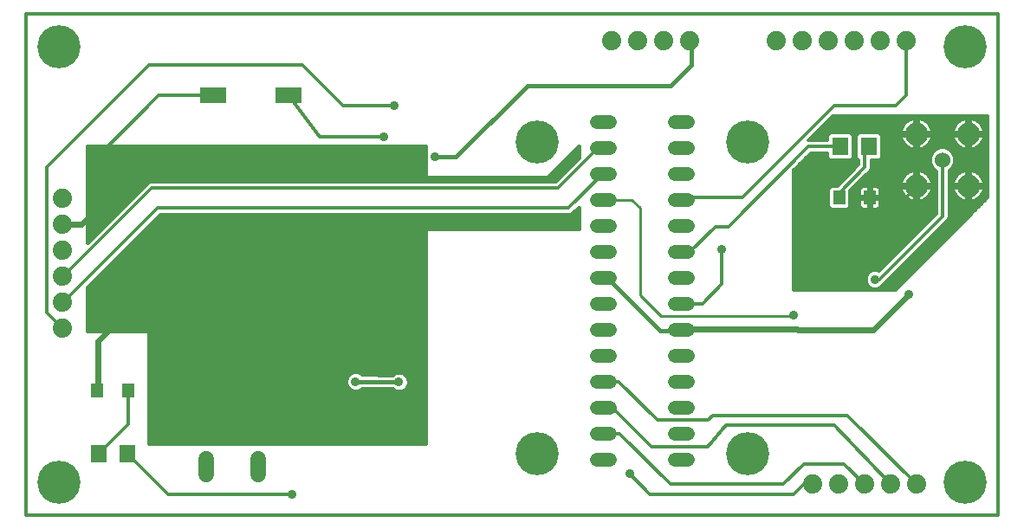
<source format=gbl>
G75*
%MOIN*%
%OFA0B0*%
%FSLAX24Y24*%
%IPPOS*%
%LPD*%
%AMOC8*
5,1,8,0,0,1.08239X$1,22.5*
%
%ADD10C,0.0120*%
%ADD11C,0.0520*%
%ADD12R,0.0472X0.0551*%
%ADD13R,0.0630X0.0709*%
%ADD14C,0.0600*%
%ADD15C,0.0886*%
%ADD16C,0.0740*%
%ADD17C,0.0600*%
%ADD18C,0.1660*%
%ADD19R,0.0984X0.0630*%
%ADD20C,0.0240*%
%ADD21C,0.0500*%
%ADD22C,0.0356*%
%ADD23C,0.0160*%
%ADD24C,0.0100*%
D10*
X000160Y000160D02*
X037562Y000160D01*
X037562Y019451D01*
X000160Y019451D01*
X000160Y000160D01*
X002960Y002512D02*
X004086Y003637D01*
X004086Y004937D01*
X002916Y004948D02*
X002905Y004937D01*
X001565Y007340D02*
X000947Y007958D01*
X000947Y013546D01*
X004884Y017483D01*
X010790Y017483D01*
X012365Y015908D01*
X014333Y015908D01*
X013940Y014727D02*
X011459Y014727D01*
X010278Y016302D01*
X007365Y016302D02*
X005278Y016302D01*
X002916Y013940D01*
X002916Y011971D01*
X005003Y012758D02*
X001584Y009340D01*
X001565Y009340D01*
X001584Y008340D02*
X001565Y008340D01*
X001584Y008340D02*
X005215Y011971D01*
X021026Y011971D01*
X022351Y013296D01*
X022381Y013296D01*
X022381Y014296D02*
X022170Y014296D01*
X020632Y012758D01*
X005003Y012758D01*
X022381Y009296D02*
X022520Y009296D01*
X025381Y008296D02*
X026195Y008296D01*
X026932Y009033D01*
X026932Y010396D01*
X026680Y011260D02*
X025720Y010300D01*
X025405Y010300D01*
X025395Y010310D01*
X025381Y010296D01*
X026680Y011260D02*
X027190Y011260D01*
X030263Y014333D01*
X031499Y014333D01*
X031994Y014380D02*
X032106Y014380D01*
X032106Y014262D02*
X031994Y014262D01*
X031994Y014143D02*
X032106Y014143D01*
X032106Y014025D02*
X031994Y014025D01*
X031994Y013906D02*
X032106Y013906D01*
X032106Y013904D02*
X032203Y013807D01*
X032203Y013645D01*
X031379Y012820D01*
X031148Y012820D01*
X031043Y012715D01*
X031043Y012015D01*
X031148Y011909D01*
X031770Y011909D01*
X031875Y012015D01*
X031875Y012638D01*
X032647Y013410D01*
X032683Y013498D01*
X032683Y013799D01*
X032990Y013799D01*
X033096Y013904D01*
X033096Y014762D01*
X032990Y014868D01*
X032211Y014868D01*
X032106Y014762D01*
X032106Y013904D01*
X031994Y013904D02*
X031888Y013799D01*
X031109Y013799D01*
X031004Y013904D01*
X031004Y014093D01*
X030363Y014093D01*
X029688Y013418D01*
X029688Y008821D01*
X033625Y008821D01*
X037168Y012365D01*
X037168Y015514D01*
X031208Y015514D01*
X030267Y014573D01*
X031004Y014573D01*
X031004Y014762D01*
X031109Y014868D01*
X031888Y014868D01*
X031994Y014762D01*
X031994Y013904D01*
X032203Y013788D02*
X030057Y013788D01*
X030175Y013906D02*
X031004Y013906D01*
X031004Y014025D02*
X030294Y014025D01*
X029938Y013669D02*
X032203Y013669D01*
X032109Y013551D02*
X029820Y013551D01*
X029701Y013432D02*
X031990Y013432D01*
X031872Y013314D02*
X029688Y013314D01*
X029688Y013195D02*
X031753Y013195D01*
X031635Y013077D02*
X029688Y013077D01*
X029688Y012958D02*
X031516Y012958D01*
X031398Y012840D02*
X029688Y012840D01*
X029688Y012721D02*
X031049Y012721D01*
X031043Y012603D02*
X029688Y012603D01*
X029688Y012484D02*
X031043Y012484D01*
X031043Y012366D02*
X029688Y012366D01*
X029688Y012247D02*
X031043Y012247D01*
X031043Y012129D02*
X029688Y012129D01*
X029688Y012010D02*
X031048Y012010D01*
X031459Y012365D02*
X031459Y012562D01*
X032443Y013546D01*
X032443Y014176D01*
X032601Y014333D01*
X033096Y014380D02*
X034016Y014380D01*
X034035Y014362D02*
X034112Y014306D01*
X034196Y014263D01*
X034287Y014233D01*
X034368Y014220D01*
X034368Y014761D01*
X034488Y014761D01*
X034488Y014220D01*
X034569Y014233D01*
X034659Y014263D01*
X034744Y014306D01*
X034820Y014362D01*
X034888Y014429D01*
X034943Y014505D01*
X034986Y014590D01*
X035016Y014680D01*
X035029Y014761D01*
X034488Y014761D01*
X034488Y014881D01*
X035029Y014881D01*
X035016Y014963D01*
X034986Y015053D01*
X034943Y015137D01*
X034888Y015214D01*
X034820Y015281D01*
X034744Y015337D01*
X034659Y015380D01*
X034569Y015409D01*
X034488Y015422D01*
X034488Y014881D01*
X034368Y014881D01*
X034368Y014761D01*
X033827Y014761D01*
X033840Y014680D01*
X033869Y014590D01*
X033912Y014505D01*
X033968Y014429D01*
X034035Y014362D01*
X033917Y014499D02*
X033096Y014499D01*
X033096Y014617D02*
X033860Y014617D01*
X033831Y014736D02*
X033096Y014736D01*
X033004Y014854D02*
X034368Y014854D01*
X034368Y014881D02*
X033827Y014881D01*
X033840Y014963D01*
X033869Y015053D01*
X033912Y015137D01*
X033968Y015214D01*
X034035Y015281D01*
X034112Y015337D01*
X034196Y015380D01*
X034287Y015409D01*
X034368Y015422D01*
X034368Y014881D01*
X034368Y014973D02*
X034488Y014973D01*
X034488Y015091D02*
X034368Y015091D01*
X034368Y015210D02*
X034488Y015210D01*
X034488Y015328D02*
X034368Y015328D01*
X034099Y015328D02*
X031022Y015328D01*
X031140Y015447D02*
X037168Y015447D01*
X037168Y015328D02*
X036756Y015328D01*
X036744Y015337D02*
X036659Y015380D01*
X036569Y015409D01*
X036488Y015422D01*
X036488Y014881D01*
X037029Y014881D01*
X037016Y014963D01*
X036986Y015053D01*
X036943Y015137D01*
X036888Y015214D01*
X036820Y015281D01*
X036744Y015337D01*
X036891Y015210D02*
X037168Y015210D01*
X037168Y015091D02*
X036967Y015091D01*
X037013Y014973D02*
X037168Y014973D01*
X037168Y014854D02*
X036488Y014854D01*
X036488Y014881D02*
X036488Y014761D01*
X036488Y014220D01*
X036569Y014233D01*
X036659Y014263D01*
X036744Y014306D01*
X036820Y014362D01*
X036888Y014429D01*
X036943Y014505D01*
X036986Y014590D01*
X037016Y014680D01*
X037029Y014761D01*
X036488Y014761D01*
X036368Y014761D01*
X036368Y014220D01*
X036287Y014233D01*
X036196Y014263D01*
X036112Y014306D01*
X036035Y014362D01*
X035968Y014429D01*
X035912Y014505D01*
X035869Y014590D01*
X035840Y014680D01*
X035827Y014761D01*
X036368Y014761D01*
X036368Y014881D01*
X035827Y014881D01*
X035840Y014963D01*
X035869Y015053D01*
X035912Y015137D01*
X035968Y015214D01*
X036035Y015281D01*
X036112Y015337D01*
X036196Y015380D01*
X036287Y015409D01*
X036368Y015422D01*
X036368Y014881D01*
X036488Y014881D01*
X036488Y014973D02*
X036368Y014973D01*
X036368Y015091D02*
X036488Y015091D01*
X036488Y015210D02*
X036368Y015210D01*
X036368Y015328D02*
X036488Y015328D01*
X036099Y015328D02*
X034756Y015328D01*
X034891Y015210D02*
X035964Y015210D01*
X035888Y015091D02*
X034967Y015091D01*
X035013Y014973D02*
X035843Y014973D01*
X035831Y014736D02*
X035025Y014736D01*
X034995Y014617D02*
X035860Y014617D01*
X035917Y014499D02*
X034938Y014499D01*
X034839Y014380D02*
X036016Y014380D01*
X036200Y014262D02*
X035619Y014262D01*
X035700Y014228D02*
X035523Y014301D01*
X035332Y014301D01*
X035156Y014228D01*
X035021Y014093D01*
X034948Y013917D01*
X034948Y013726D01*
X035021Y013550D01*
X035156Y013414D01*
X035199Y013397D01*
X035199Y011759D01*
X032982Y009543D01*
X032908Y009573D01*
X032766Y009573D01*
X032634Y009519D01*
X032534Y009418D01*
X032479Y009286D01*
X032479Y009144D01*
X032534Y009012D01*
X032634Y008912D01*
X032766Y008857D01*
X032908Y008857D01*
X033040Y008912D01*
X033141Y009012D01*
X033148Y009030D01*
X033197Y009079D01*
X035642Y011524D01*
X035679Y011612D01*
X035679Y013406D01*
X035700Y013414D01*
X035835Y013550D01*
X035835Y013551D02*
X037168Y013551D01*
X037168Y013669D02*
X035884Y013669D01*
X035908Y013726D02*
X035835Y013550D01*
X035717Y013432D02*
X037168Y013432D01*
X037168Y013314D02*
X036776Y013314D01*
X036744Y013337D02*
X036820Y013281D01*
X036888Y013214D01*
X036943Y013137D01*
X036986Y013053D01*
X037016Y012963D01*
X037029Y012881D01*
X036488Y012881D01*
X036488Y012761D01*
X036488Y012220D01*
X036569Y012233D01*
X036659Y012263D01*
X036744Y012306D01*
X036820Y012362D01*
X036888Y012429D01*
X036943Y012505D01*
X036986Y012590D01*
X037016Y012680D01*
X037029Y012761D01*
X036488Y012761D01*
X036368Y012761D01*
X036368Y012220D01*
X036287Y012233D01*
X036196Y012263D01*
X036112Y012306D01*
X036035Y012362D01*
X035968Y012429D01*
X035912Y012505D01*
X035869Y012590D01*
X035840Y012680D01*
X035827Y012761D01*
X036368Y012761D01*
X036368Y012881D01*
X035827Y012881D01*
X035840Y012963D01*
X035869Y013053D01*
X035912Y013137D01*
X035968Y013214D01*
X036035Y013281D01*
X036112Y013337D01*
X036196Y013380D01*
X036287Y013409D01*
X036368Y013422D01*
X036368Y012881D01*
X036488Y012881D01*
X036488Y013422D01*
X036569Y013409D01*
X036659Y013380D01*
X036744Y013337D01*
X036902Y013195D02*
X037168Y013195D01*
X037168Y013077D02*
X036974Y013077D01*
X037017Y012958D02*
X037168Y012958D01*
X037168Y012840D02*
X036488Y012840D01*
X036488Y012958D02*
X036368Y012958D01*
X036368Y012840D02*
X035679Y012840D01*
X035679Y012958D02*
X035839Y012958D01*
X035881Y013077D02*
X035679Y013077D01*
X035679Y013195D02*
X035954Y013195D01*
X036079Y013314D02*
X035679Y013314D01*
X035199Y013314D02*
X034776Y013314D01*
X034744Y013337D02*
X034820Y013281D01*
X034888Y013214D01*
X034943Y013137D01*
X034986Y013053D01*
X035016Y012963D01*
X035029Y012881D01*
X034488Y012881D01*
X034488Y012761D01*
X034488Y012220D01*
X034569Y012233D01*
X034659Y012263D01*
X034744Y012306D01*
X034820Y012362D01*
X034888Y012429D01*
X034943Y012505D01*
X034986Y012590D01*
X035016Y012680D01*
X035029Y012761D01*
X034488Y012761D01*
X034368Y012761D01*
X034368Y012220D01*
X034287Y012233D01*
X034196Y012263D01*
X034112Y012306D01*
X034035Y012362D01*
X033968Y012429D01*
X033912Y012505D01*
X033869Y012590D01*
X033840Y012680D01*
X033827Y012761D01*
X034368Y012761D01*
X034368Y012881D01*
X033827Y012881D01*
X033840Y012963D01*
X033869Y013053D01*
X033912Y013137D01*
X033968Y013214D01*
X034035Y013281D01*
X034112Y013337D01*
X034196Y013380D01*
X034287Y013409D01*
X034368Y013422D01*
X034368Y012881D01*
X034488Y012881D01*
X034488Y013422D01*
X034569Y013409D01*
X034659Y013380D01*
X034744Y013337D01*
X034902Y013195D02*
X035199Y013195D01*
X035199Y013077D02*
X034974Y013077D01*
X035017Y012958D02*
X035199Y012958D01*
X035199Y012840D02*
X034488Y012840D01*
X034428Y012821D02*
X034428Y012774D01*
X034018Y012365D01*
X032640Y012365D01*
X032582Y012366D02*
X031875Y012366D01*
X031875Y012484D02*
X032244Y012484D01*
X032244Y012423D02*
X032582Y012423D01*
X032582Y012307D01*
X032244Y012307D01*
X032244Y012068D01*
X032255Y012027D01*
X032276Y011991D01*
X032306Y011961D01*
X032342Y011940D01*
X032383Y011929D01*
X032582Y011929D01*
X032582Y012307D01*
X032698Y012307D01*
X032698Y011929D01*
X032898Y011929D01*
X032938Y011940D01*
X032975Y011961D01*
X033005Y011991D01*
X033026Y012027D01*
X033037Y012068D01*
X033037Y012307D01*
X032698Y012307D01*
X032698Y012423D01*
X032582Y012423D01*
X032582Y012800D01*
X032383Y012800D01*
X032342Y012789D01*
X032306Y012768D01*
X032276Y012739D01*
X032255Y012702D01*
X032244Y012661D01*
X032244Y012423D01*
X032244Y012247D02*
X031875Y012247D01*
X031875Y012129D02*
X032244Y012129D01*
X032265Y012010D02*
X031871Y012010D01*
X032582Y012010D02*
X032698Y012010D01*
X032698Y012129D02*
X032582Y012129D01*
X032582Y012247D02*
X032698Y012247D01*
X032698Y012366D02*
X034031Y012366D01*
X033928Y012484D02*
X033037Y012484D01*
X033037Y012423D02*
X033037Y012661D01*
X033026Y012702D01*
X033005Y012739D01*
X032975Y012768D01*
X032938Y012789D01*
X032898Y012800D01*
X032698Y012800D01*
X032698Y012423D01*
X033037Y012423D01*
X033037Y012247D02*
X034244Y012247D01*
X034368Y012247D02*
X034488Y012247D01*
X034488Y012366D02*
X034368Y012366D01*
X034368Y012484D02*
X034488Y012484D01*
X034488Y012603D02*
X034368Y012603D01*
X034368Y012721D02*
X034488Y012721D01*
X034368Y012840D02*
X032077Y012840D01*
X032195Y012958D02*
X033839Y012958D01*
X033881Y013077D02*
X032314Y013077D01*
X032432Y013195D02*
X033954Y013195D01*
X034079Y013314D02*
X032551Y013314D01*
X032656Y013432D02*
X035138Y013432D01*
X035020Y013551D02*
X032683Y013551D01*
X032683Y013669D02*
X034971Y013669D01*
X034948Y013788D02*
X032683Y013788D01*
X033096Y013906D02*
X034948Y013906D01*
X034992Y014025D02*
X033096Y014025D01*
X033096Y014143D02*
X035071Y014143D01*
X035236Y014262D02*
X034656Y014262D01*
X034488Y014262D02*
X034368Y014262D01*
X034368Y014380D02*
X034488Y014380D01*
X034488Y014499D02*
X034368Y014499D01*
X034368Y014617D02*
X034488Y014617D01*
X034488Y014736D02*
X034368Y014736D01*
X034488Y014854D02*
X036368Y014854D01*
X036368Y014736D02*
X036488Y014736D01*
X036488Y014617D02*
X036368Y014617D01*
X036368Y014499D02*
X036488Y014499D01*
X036488Y014380D02*
X036368Y014380D01*
X036368Y014262D02*
X036488Y014262D01*
X036656Y014262D02*
X037168Y014262D01*
X037168Y014380D02*
X036839Y014380D01*
X036938Y014499D02*
X037168Y014499D01*
X037168Y014617D02*
X036995Y014617D01*
X037025Y014736D02*
X037168Y014736D01*
X037168Y014143D02*
X035785Y014143D01*
X035835Y014093D02*
X035700Y014228D01*
X035835Y014093D02*
X035908Y013917D01*
X035908Y013726D01*
X035908Y013788D02*
X037168Y013788D01*
X037168Y013906D02*
X035908Y013906D01*
X035863Y014025D02*
X037168Y014025D01*
X036488Y013314D02*
X036368Y013314D01*
X036368Y013195D02*
X036488Y013195D01*
X036488Y013077D02*
X036368Y013077D01*
X036368Y012721D02*
X036488Y012721D01*
X036488Y012603D02*
X036368Y012603D01*
X036368Y012484D02*
X036488Y012484D01*
X036488Y012366D02*
X036368Y012366D01*
X036368Y012247D02*
X036488Y012247D01*
X036611Y012247D02*
X037050Y012247D01*
X037168Y012366D02*
X036824Y012366D01*
X036928Y012484D02*
X037168Y012484D01*
X037168Y012603D02*
X036991Y012603D01*
X037022Y012721D02*
X037168Y012721D01*
X036244Y012247D02*
X035679Y012247D01*
X035679Y012129D02*
X036932Y012129D01*
X036813Y012010D02*
X035679Y012010D01*
X035679Y011892D02*
X036695Y011892D01*
X036576Y011773D02*
X035679Y011773D01*
X035679Y011655D02*
X036458Y011655D01*
X036339Y011536D02*
X035647Y011536D01*
X035536Y011418D02*
X036221Y011418D01*
X036102Y011299D02*
X035417Y011299D01*
X035299Y011181D02*
X035984Y011181D01*
X035865Y011062D02*
X035180Y011062D01*
X035062Y010944D02*
X035747Y010944D01*
X035628Y010825D02*
X034943Y010825D01*
X034825Y010707D02*
X035510Y010707D01*
X035391Y010588D02*
X034706Y010588D01*
X034588Y010470D02*
X035273Y010470D01*
X035154Y010351D02*
X034469Y010351D01*
X034351Y010233D02*
X035036Y010233D01*
X034917Y010114D02*
X034232Y010114D01*
X034114Y009996D02*
X034799Y009996D01*
X034680Y009877D02*
X033995Y009877D01*
X033877Y009759D02*
X034562Y009759D01*
X034443Y009640D02*
X033758Y009640D01*
X033640Y009522D02*
X034325Y009522D01*
X034206Y009403D02*
X033521Y009403D01*
X033403Y009285D02*
X034088Y009285D01*
X033969Y009166D02*
X033284Y009166D01*
X033166Y009048D02*
X033851Y009048D01*
X033732Y008929D02*
X033058Y008929D01*
X032994Y009215D02*
X032837Y009215D01*
X032994Y009215D02*
X035439Y011660D01*
X035439Y013810D01*
X035428Y013821D01*
X034488Y013314D02*
X034368Y013314D01*
X034368Y013195D02*
X034488Y013195D01*
X034488Y013077D02*
X034368Y013077D01*
X034368Y012958D02*
X034488Y012958D01*
X035022Y012721D02*
X035199Y012721D01*
X035199Y012603D02*
X034991Y012603D01*
X034928Y012484D02*
X035199Y012484D01*
X035199Y012366D02*
X034824Y012366D01*
X034611Y012247D02*
X035199Y012247D01*
X035199Y012129D02*
X033037Y012129D01*
X033016Y012010D02*
X035199Y012010D01*
X035199Y011892D02*
X029688Y011892D01*
X029688Y011773D02*
X035199Y011773D01*
X035094Y011655D02*
X029688Y011655D01*
X029688Y011536D02*
X034976Y011536D01*
X034857Y011418D02*
X029688Y011418D01*
X029688Y011299D02*
X034739Y011299D01*
X034620Y011181D02*
X029688Y011181D01*
X029688Y011062D02*
X034502Y011062D01*
X034383Y010944D02*
X029688Y010944D01*
X029688Y010825D02*
X034265Y010825D01*
X034146Y010707D02*
X029688Y010707D01*
X029688Y010588D02*
X034028Y010588D01*
X033909Y010470D02*
X029688Y010470D01*
X029688Y010351D02*
X033791Y010351D01*
X033672Y010233D02*
X029688Y010233D01*
X029688Y010114D02*
X033554Y010114D01*
X033435Y009996D02*
X029688Y009996D01*
X029688Y009877D02*
X033317Y009877D01*
X033198Y009759D02*
X029688Y009759D01*
X029688Y009640D02*
X033080Y009640D01*
X032641Y009522D02*
X029688Y009522D01*
X029688Y009403D02*
X032527Y009403D01*
X032479Y009285D02*
X029688Y009285D01*
X029688Y009166D02*
X032479Y009166D01*
X032519Y009048D02*
X029688Y009048D01*
X029688Y008929D02*
X032617Y008929D01*
X029709Y007840D02*
X029669Y007800D01*
X029839Y007300D02*
X029849Y007290D01*
X025385Y007300D02*
X025381Y007296D01*
X025331Y007247D01*
X022954Y005296D02*
X022381Y005296D01*
X022954Y005296D02*
X024450Y003800D01*
X026400Y003800D01*
X026590Y003990D01*
X031763Y003990D01*
X034412Y001341D01*
X033412Y001341D02*
X031263Y003620D01*
X027080Y003620D01*
X026380Y002790D01*
X024220Y002790D01*
X022714Y004296D01*
X022381Y004296D01*
X022381Y003296D02*
X023008Y003296D01*
X024963Y001341D01*
X029294Y001341D01*
X030081Y002129D01*
X031625Y002129D01*
X032412Y001341D01*
X030412Y001341D02*
X030081Y001341D01*
X029688Y000947D01*
X024176Y000947D01*
X023388Y001735D01*
X010396Y000947D02*
X005627Y000947D01*
X004063Y002512D01*
X025381Y012296D02*
X025449Y012365D01*
X027719Y012365D01*
X031262Y015908D01*
X033625Y015908D01*
X034032Y016316D01*
X034032Y018415D01*
X033964Y015210D02*
X030903Y015210D01*
X030785Y015091D02*
X033888Y015091D01*
X033843Y014973D02*
X030666Y014973D01*
X030548Y014854D02*
X031096Y014854D01*
X031004Y014736D02*
X030429Y014736D01*
X030311Y014617D02*
X031004Y014617D01*
X031902Y014854D02*
X032198Y014854D01*
X032106Y014736D02*
X031994Y014736D01*
X031994Y014617D02*
X032106Y014617D01*
X032106Y014499D02*
X031994Y014499D01*
X033096Y014262D02*
X034200Y014262D01*
X033833Y012721D02*
X033015Y012721D01*
X033037Y012603D02*
X033865Y012603D01*
X032698Y012603D02*
X032582Y012603D01*
X032582Y012721D02*
X032698Y012721D01*
X032698Y012484D02*
X032582Y012484D01*
X032244Y012603D02*
X031875Y012603D01*
X031958Y012721D02*
X032266Y012721D01*
X035679Y012721D02*
X035833Y012721D01*
X035865Y012603D02*
X035679Y012603D01*
X035679Y012484D02*
X035928Y012484D01*
X036031Y012366D02*
X035679Y012366D01*
X025751Y018345D02*
X025696Y018400D01*
D11*
X025641Y015296D02*
X025121Y015296D01*
X025121Y014296D02*
X025641Y014296D01*
X025641Y013296D02*
X025121Y013296D01*
X025121Y012296D02*
X025641Y012296D01*
X025641Y011296D02*
X025121Y011296D01*
X025121Y010296D02*
X025641Y010296D01*
X025641Y009296D02*
X025121Y009296D01*
X025121Y008296D02*
X025641Y008296D01*
X025641Y007296D02*
X025121Y007296D01*
X025121Y006296D02*
X025641Y006296D01*
X025641Y005296D02*
X025121Y005296D01*
X025121Y004296D02*
X025641Y004296D01*
X025641Y003296D02*
X025121Y003296D01*
X025121Y002296D02*
X025641Y002296D01*
X022641Y002296D02*
X022121Y002296D01*
X022121Y003296D02*
X022641Y003296D01*
X022641Y004296D02*
X022121Y004296D01*
X022121Y005296D02*
X022641Y005296D01*
X022641Y006296D02*
X022121Y006296D01*
X022121Y007296D02*
X022641Y007296D01*
X022641Y008296D02*
X022121Y008296D01*
X022121Y009296D02*
X022641Y009296D01*
X022641Y010296D02*
X022121Y010296D01*
X022121Y011296D02*
X022641Y011296D01*
X022641Y012296D02*
X022121Y012296D01*
X022121Y013296D02*
X022641Y013296D01*
X022641Y014296D02*
X022121Y014296D01*
X022121Y015296D02*
X022641Y015296D01*
D12*
X031459Y012365D03*
X032640Y012365D03*
X004086Y004937D03*
X002905Y004937D03*
D13*
X002960Y002512D03*
X004063Y002512D03*
X031499Y014333D03*
X032601Y014333D03*
D14*
X035428Y013821D03*
D15*
X036428Y012821D03*
X034428Y012821D03*
X034428Y014821D03*
X036428Y014821D03*
D16*
X034032Y018415D03*
X033032Y018415D03*
X032032Y018415D03*
X031032Y018415D03*
X030032Y018415D03*
X029032Y018415D03*
X025696Y018400D03*
X024696Y018400D03*
X023696Y018400D03*
X022696Y018400D03*
X001565Y012340D03*
X001565Y011340D03*
X001565Y010340D03*
X001565Y009340D03*
X001565Y008340D03*
X001565Y007340D03*
X030412Y001341D03*
X031412Y001341D03*
X032412Y001341D03*
X033412Y001341D03*
X034412Y001341D03*
D17*
X009097Y001710D02*
X009097Y002310D01*
X007097Y002310D02*
X007097Y001710D01*
D18*
X001439Y001420D03*
X019845Y002522D03*
X027913Y002522D03*
X036297Y001430D03*
X027913Y014527D03*
X019845Y014527D03*
X036297Y018186D03*
X001433Y018190D03*
D19*
X007365Y016302D03*
X010278Y016302D03*
D20*
X002916Y011971D02*
X002285Y011340D01*
X001565Y011340D01*
X004491Y008428D02*
X002916Y006853D01*
X002916Y004948D01*
X025385Y007300D02*
X029839Y007300D01*
X029849Y007290D02*
X032769Y007290D01*
X034119Y008640D01*
D21*
X004491Y008428D03*
D22*
X012838Y005288D03*
X014503Y005278D03*
X010396Y000947D03*
X023388Y001735D03*
X029709Y007840D03*
X032837Y009215D03*
X034119Y008640D03*
X026932Y010396D03*
X015908Y013940D03*
X013940Y014727D03*
X014333Y015908D03*
D23*
X015514Y014333D02*
X015514Y013152D01*
X020239Y013152D01*
X021420Y014333D01*
X021420Y013914D01*
X020525Y013018D01*
X004951Y013018D01*
X004855Y012979D01*
X002522Y010646D01*
X002522Y014333D01*
X015514Y014333D01*
X015514Y014267D02*
X002522Y014267D01*
X002522Y014108D02*
X015514Y014108D01*
X015514Y013950D02*
X002522Y013950D01*
X002522Y013791D02*
X015514Y013791D01*
X015514Y013633D02*
X002522Y013633D01*
X002522Y013474D02*
X015514Y013474D01*
X015514Y013316D02*
X002522Y013316D01*
X002522Y013157D02*
X015514Y013157D01*
X015908Y013940D02*
X016695Y013940D01*
X019451Y016695D01*
X024963Y016695D01*
X025751Y017483D01*
X025751Y018345D01*
X021420Y014267D02*
X021353Y014267D01*
X021420Y014108D02*
X021195Y014108D01*
X021036Y013950D02*
X021420Y013950D01*
X021297Y013791D02*
X020878Y013791D01*
X020719Y013633D02*
X021139Y013633D01*
X020980Y013474D02*
X020561Y013474D01*
X020402Y013316D02*
X020822Y013316D01*
X020663Y013157D02*
X020244Y013157D01*
X021420Y011997D02*
X021420Y011184D01*
X015514Y011184D01*
X015514Y002916D01*
X004884Y002916D01*
X004884Y007247D01*
X002522Y007247D01*
X002522Y008910D01*
X005323Y011711D01*
X020974Y011711D01*
X021078Y011711D01*
X021173Y011751D01*
X021420Y011997D01*
X021420Y011889D02*
X021312Y011889D01*
X021420Y011731D02*
X021125Y011731D01*
X021420Y011572D02*
X005184Y011572D01*
X005025Y011414D02*
X021420Y011414D01*
X021420Y011255D02*
X004867Y011255D01*
X004708Y011097D02*
X015514Y011097D01*
X015514Y010938D02*
X004550Y010938D01*
X004391Y010780D02*
X015514Y010780D01*
X015514Y010621D02*
X004233Y010621D01*
X004074Y010463D02*
X015514Y010463D01*
X015514Y010304D02*
X003916Y010304D01*
X003757Y010146D02*
X015514Y010146D01*
X015514Y009987D02*
X003599Y009987D01*
X003440Y009829D02*
X015514Y009829D01*
X015514Y009670D02*
X003282Y009670D01*
X003123Y009512D02*
X015514Y009512D01*
X015514Y009353D02*
X002965Y009353D01*
X002806Y009195D02*
X015514Y009195D01*
X015514Y009036D02*
X002648Y009036D01*
X002522Y008878D02*
X015514Y008878D01*
X015514Y008719D02*
X002522Y008719D01*
X002522Y008561D02*
X015514Y008561D01*
X015514Y008402D02*
X002522Y008402D01*
X002522Y008244D02*
X015514Y008244D01*
X015514Y008085D02*
X002522Y008085D01*
X002522Y007927D02*
X015514Y007927D01*
X015514Y007768D02*
X002522Y007768D01*
X002522Y007610D02*
X015514Y007610D01*
X015514Y007451D02*
X002522Y007451D01*
X002522Y007293D02*
X015514Y007293D01*
X015514Y007134D02*
X004884Y007134D01*
X004884Y006976D02*
X015514Y006976D01*
X015514Y006817D02*
X004884Y006817D01*
X004884Y006659D02*
X015514Y006659D01*
X015514Y006500D02*
X004884Y006500D01*
X004884Y006342D02*
X015514Y006342D01*
X015514Y006183D02*
X004884Y006183D01*
X004884Y006025D02*
X015514Y006025D01*
X015514Y005866D02*
X004884Y005866D01*
X004884Y005708D02*
X015514Y005708D01*
X015514Y005549D02*
X014767Y005549D01*
X014717Y005599D02*
X014578Y005656D01*
X014428Y005656D01*
X014289Y005599D01*
X014250Y005560D01*
X013095Y005567D01*
X013053Y005609D01*
X012914Y005666D01*
X012763Y005666D01*
X012624Y005609D01*
X012518Y005502D01*
X012460Y005363D01*
X012460Y005213D01*
X012518Y005074D01*
X012624Y004968D01*
X012763Y004910D01*
X012914Y004910D01*
X013053Y004968D01*
X013092Y005007D01*
X014247Y005000D01*
X014289Y004958D01*
X014428Y004900D01*
X014578Y004900D01*
X014717Y004958D01*
X014824Y005064D01*
X014881Y005203D01*
X014881Y005353D01*
X014824Y005492D01*
X014717Y005599D01*
X014866Y005391D02*
X015514Y005391D01*
X015514Y005232D02*
X014881Y005232D01*
X014828Y005074D02*
X015514Y005074D01*
X015514Y004915D02*
X014615Y004915D01*
X014392Y004915D02*
X012926Y004915D01*
X012751Y004915D02*
X004884Y004915D01*
X004884Y004757D02*
X015514Y004757D01*
X015514Y004598D02*
X004884Y004598D01*
X004884Y004440D02*
X015514Y004440D01*
X015514Y004281D02*
X004884Y004281D01*
X004884Y004123D02*
X015514Y004123D01*
X015514Y003964D02*
X004884Y003964D01*
X004884Y003806D02*
X015514Y003806D01*
X015514Y003647D02*
X004884Y003647D01*
X004884Y003489D02*
X015514Y003489D01*
X015514Y003330D02*
X004884Y003330D01*
X004884Y003172D02*
X015514Y003172D01*
X015514Y003013D02*
X004884Y003013D01*
X004884Y005074D02*
X012518Y005074D01*
X012460Y005232D02*
X004884Y005232D01*
X004884Y005391D02*
X012472Y005391D01*
X012565Y005549D02*
X004884Y005549D01*
X012838Y005288D02*
X014503Y005278D01*
X022520Y009296D02*
X024569Y007247D01*
X025331Y007247D01*
X004903Y012999D02*
X002522Y012999D01*
X002522Y012840D02*
X004716Y012840D01*
X004558Y012682D02*
X002522Y012682D01*
X002522Y012523D02*
X004399Y012523D01*
X004241Y012365D02*
X002522Y012365D01*
X002522Y012206D02*
X004082Y012206D01*
X003924Y012048D02*
X002522Y012048D01*
X002522Y011889D02*
X003765Y011889D01*
X003607Y011731D02*
X002522Y011731D01*
X002522Y011572D02*
X003448Y011572D01*
X003290Y011414D02*
X002522Y011414D01*
X002522Y011255D02*
X003131Y011255D01*
X002973Y011097D02*
X002522Y011097D01*
X002522Y010938D02*
X002814Y010938D01*
X002656Y010780D02*
X002522Y010780D01*
D24*
X022381Y012296D02*
X023457Y012296D01*
X023782Y011971D01*
X023782Y008617D01*
X024599Y007800D01*
X029669Y007800D01*
M02*

</source>
